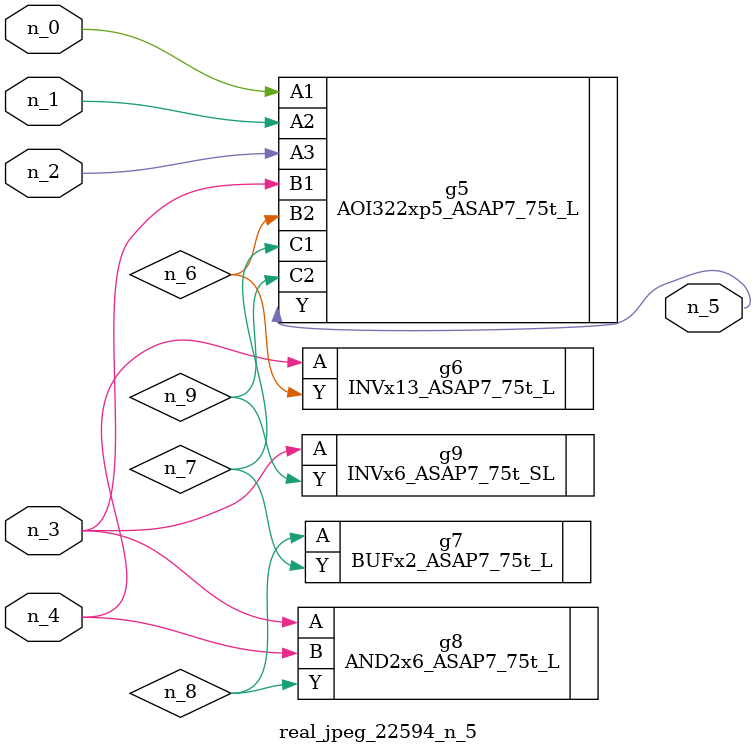
<source format=v>
module real_jpeg_22594_n_5 (n_4, n_0, n_1, n_2, n_3, n_5);

input n_4;
input n_0;
input n_1;
input n_2;
input n_3;

output n_5;

wire n_8;
wire n_6;
wire n_7;
wire n_9;

AOI322xp5_ASAP7_75t_L g5 ( 
.A1(n_0),
.A2(n_1),
.A3(n_2),
.B1(n_3),
.B2(n_6),
.C1(n_7),
.C2(n_9),
.Y(n_5)
);

AND2x6_ASAP7_75t_L g8 ( 
.A(n_3),
.B(n_4),
.Y(n_8)
);

INVx6_ASAP7_75t_SL g9 ( 
.A(n_3),
.Y(n_9)
);

INVx13_ASAP7_75t_L g6 ( 
.A(n_4),
.Y(n_6)
);

BUFx2_ASAP7_75t_L g7 ( 
.A(n_8),
.Y(n_7)
);


endmodule
</source>
